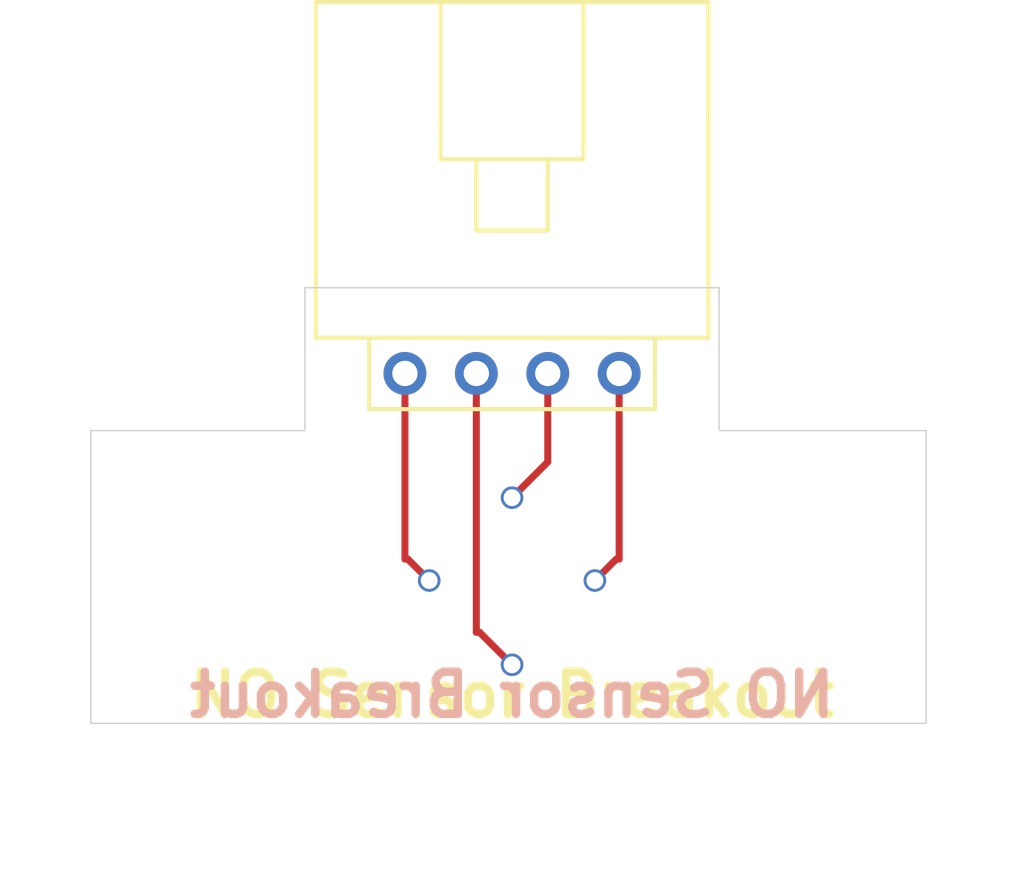
<source format=kicad_pcb>
(kicad_pcb (version 20171130) (host pcbnew "(5.1.10)-1")

  (general
    (thickness 1.6)
    (drawings 15)
    (tracks 15)
    (zones 0)
    (modules 3)
    (nets 5)
  )

  (page A4)
  (layers
    (0 F.Cu signal)
    (31 B.Cu signal)
    (32 B.Adhes user)
    (33 F.Adhes user)
    (34 B.Paste user)
    (35 F.Paste user)
    (36 B.SilkS user)
    (37 F.SilkS user)
    (38 B.Mask user)
    (39 F.Mask user)
    (40 Dwgs.User user)
    (41 Cmts.User user)
    (42 Eco1.User user)
    (43 Eco2.User user)
    (44 Edge.Cuts user)
    (45 Margin user)
    (46 B.CrtYd user)
    (47 F.CrtYd user)
    (48 B.Fab user)
    (49 F.Fab user)
  )

  (setup
    (last_trace_width 0.25)
    (trace_clearance 0.2)
    (zone_clearance 0.508)
    (zone_45_only no)
    (trace_min 0.2)
    (via_size 0.8)
    (via_drill 0.4)
    (via_min_size 0.4)
    (via_min_drill 0.3)
    (uvia_size 0.3)
    (uvia_drill 0.1)
    (uvias_allowed no)
    (uvia_min_size 0.2)
    (uvia_min_drill 0.1)
    (edge_width 0.05)
    (segment_width 0.2)
    (pcb_text_width 0.3)
    (pcb_text_size 1.5 1.5)
    (mod_edge_width 0.12)
    (mod_text_size 1 1)
    (mod_text_width 0.15)
    (pad_size 1.524 1.524)
    (pad_drill 0.762)
    (pad_to_mask_clearance 0)
    (aux_axis_origin 0 0)
    (visible_elements 7FFFFFFF)
    (pcbplotparams
      (layerselection 0x010fc_ffffffff)
      (usegerberextensions false)
      (usegerberattributes true)
      (usegerberadvancedattributes true)
      (creategerberjobfile true)
      (excludeedgelayer true)
      (linewidth 0.100000)
      (plotframeref false)
      (viasonmask false)
      (mode 1)
      (useauxorigin false)
      (hpglpennumber 1)
      (hpglpenspeed 20)
      (hpglpendiameter 15.000000)
      (psnegative false)
      (psa4output false)
      (plotreference true)
      (plotvalue true)
      (plotinvisibletext false)
      (padsonsilk false)
      (subtractmaskfromsilk false)
      (outputformat 1)
      (mirror false)
      (drillshape 0)
      (scaleselection 1)
      (outputdirectory "gerbs/"))
  )

  (net 0 "")
  (net 1 +5V)
  (net 2 NO_Gas)
  (net 3 NO_Ref)
  (net 4 GND)

  (net_class Default "This is the default net class."
    (clearance 0.2)
    (trace_width 0.25)
    (via_dia 0.8)
    (via_drill 0.4)
    (uvia_dia 0.3)
    (uvia_drill 0.1)
    (add_net +5V)
    (add_net GND)
    (add_net NO_Gas)
    (add_net NO_Ref)
  )

  (module MountingHole:MountingHole_2.1mm (layer F.Cu) (tedit 5B924765) (tstamp 6232B892)
    (at 127.762 90.932)
    (descr "Mounting Hole 2.1mm, no annular")
    (tags "mounting hole 2.1mm no annular")
    (attr virtual)
    (fp_text reference REF** (at 0 -3.2) (layer F.SilkS) hide
      (effects (font (size 1 1) (thickness 0.15)))
    )
    (fp_text value MountingHole_2.1mm (at 0 3.2) (layer F.Fab)
      (effects (font (size 1 1) (thickness 0.15)))
    )
    (fp_circle (center 0 0) (end 2.35 0) (layer F.CrtYd) (width 0.05))
    (fp_circle (center 0 0) (end 2.1 0) (layer Cmts.User) (width 0.15))
    (fp_text user %R (at 0.3 0) (layer F.Fab)
      (effects (font (size 1 1) (thickness 0.15)))
    )
    (pad "" np_thru_hole circle (at 0 0) (size 2.1 2.1) (drill 2.1) (layers *.Cu *.Mask))
  )

  (module MountingHole:MountingHole_2.1mm (layer F.Cu) (tedit 5B924765) (tstamp 6232B867)
    (at 148.082 90.932)
    (descr "Mounting Hole 2.1mm, no annular")
    (tags "mounting hole 2.1mm no annular")
    (attr virtual)
    (fp_text reference REF** (at 0 -3.2) (layer F.SilkS) hide
      (effects (font (size 1 1) (thickness 0.15)))
    )
    (fp_text value MountingHole_2.1mm (at 0 3.2) (layer F.Fab)
      (effects (font (size 1 1) (thickness 0.15)))
    )
    (fp_circle (center 0 0) (end 2.35 0) (layer F.CrtYd) (width 0.05))
    (fp_circle (center 0 0) (end 2.1 0) (layer Cmts.User) (width 0.15))
    (fp_text user %R (at 0.3 0) (layer F.Fab)
      (effects (font (size 1 1) (thickness 0.15)))
    )
    (pad "" np_thru_hole circle (at 0 0) (size 2.1 2.1) (drill 2.1) (layers *.Cu *.Mask))
  )

  (module MRDT_Connectors:MOLEX_SL_04_Horizontal (layer F.Cu) (tedit 5DD88DC8) (tstamp 6232B144)
    (at 134.112 83.82)
    (path /62326067)
    (fp_text reference Conn1 (at 1.27 2.54) (layer F.SilkS) hide
      (effects (font (size 1 1) (thickness 0.15)))
    )
    (fp_text value Molex_SL_04 (at 3.175 2.032) (layer F.Fab)
      (effects (font (size 1 1) (thickness 0.15)))
    )
    (fp_line (start -3.175 -13.208) (end 10.795 -13.208) (layer F.SilkS) (width 0.15))
    (fp_line (start 1.27 -7.62) (end 6.35 -7.62) (layer F.SilkS) (width 0.15))
    (fp_line (start 5.08 -7.62) (end 5.08 -5.08) (layer F.SilkS) (width 0.15))
    (fp_line (start 5.08 -5.08) (end 2.54 -5.08) (layer F.SilkS) (width 0.15))
    (fp_line (start 6.35 -13.208) (end 6.35 -7.62) (layer F.SilkS) (width 0.15))
    (fp_line (start 10.795 -1.27) (end 10.795 -13.208) (layer F.SilkS) (width 0.15))
    (fp_line (start 8.89 1.27) (end -1.27 1.27) (layer F.SilkS) (width 0.15))
    (fp_line (start 1.27 -13.208) (end 1.27 -12.7) (layer F.SilkS) (width 0.15))
    (fp_line (start -3.175 -1.27) (end -3.175 -13.208) (layer F.SilkS) (width 0.15))
    (fp_line (start -1.27 -1.27) (end -3.175 -1.27) (layer F.SilkS) (width 0.15))
    (fp_line (start 1.27 -8.89) (end 1.27 -7.62) (layer F.SilkS) (width 0.15))
    (fp_line (start 1.27 -8.89) (end 1.27 -12.7) (layer F.SilkS) (width 0.15))
    (fp_line (start 2.54 -7.62) (end 2.54 -5.08) (layer F.SilkS) (width 0.15))
    (fp_line (start -1.27 -1.27) (end 10.795 -1.27) (layer F.SilkS) (width 0.15))
    (fp_line (start 8.89 -1.27) (end 8.89 1.27) (layer F.SilkS) (width 0.15))
    (fp_line (start -1.27 1.27) (end -1.27 -1.27) (layer F.SilkS) (width 0.15))
    (pad 1 thru_hole circle (at 0 0) (size 1.524 1.524) (drill 0.9) (layers *.Cu *.Mask)
      (net 1 +5V))
    (pad 2 thru_hole circle (at 2.54 0) (size 1.524 1.524) (drill 0.9) (layers *.Cu *.Mask)
      (net 2 NO_Gas))
    (pad 3 thru_hole circle (at 5.08 0) (size 1.524 1.524) (drill 0.9) (layers *.Cu *.Mask)
      (net 3 NO_Ref))
    (pad 4 thru_hole circle (at 7.62 0) (size 1.524 1.524) (drill 0.9) (layers *.Cu *.Mask)
      (net 4 GND))
    (pad "" np_thru_hole circle (at -1.27 -8.636) (size 3.45 3.45) (drill 3.45) (layers *.Cu *.Mask))
    (pad "" np_thru_hole circle (at 8.89 -8.636) (size 3.45 3.45) (drill 3.45) (layers *.Cu *.Mask))
    (model "${MRDT_KICAD_LIBRARIES}/3D Files/MRDT_Connctors/Molex_SL_04_Horizontal.stp"
      (offset (xyz 10.15999984741211 12.95399980545044 0))
      (scale (xyz 1 1 1))
      (rotate (xyz 0 0 180))
    )
  )

  (gr_text "NO Sensor Breakout" (at 137.922 95.25) (layer F.SilkS) (tstamp 623787EA)
    (effects (font (size 1.5 1.5) (thickness 0.3)))
  )
  (gr_text "NO Sensor Breakout" (at 137.922 95.25) (layer B.SilkS)
    (effects (font (size 1.5 1.5) (thickness 0.3)) (justify mirror))
  )
  (gr_line (start 122.936 85.852) (end 124.714 85.852) (layer Edge.Cuts) (width 0.05) (tstamp 6232B89E))
  (gr_line (start 122.936 96.266) (end 122.936 85.852) (layer Edge.Cuts) (width 0.05))
  (gr_line (start 124.714 96.266) (end 122.936 96.266) (layer Edge.Cuts) (width 0.05))
  (gr_line (start 124.714 85.852) (end 130.556 85.852) (layer Edge.Cuts) (width 0.05))
  (gr_line (start 152.654 96.266) (end 124.714 96.266) (layer Edge.Cuts) (width 0.05))
  (gr_line (start 152.654 85.852) (end 152.654 96.266) (layer Edge.Cuts) (width 0.05))
  (gr_line (start 145.288 85.852) (end 152.654 85.852) (layer Edge.Cuts) (width 0.05))
  (gr_line (start 130.556 80.772) (end 130.556 85.852) (layer Edge.Cuts) (width 0.05))
  (gr_line (start 145.288 80.772) (end 145.288 85.852) (layer Edge.Cuts) (width 0.05))
  (gr_line (start 130.556 80.772) (end 145.288 80.772) (layer Edge.Cuts) (width 0.05))
  (dimension 9.1581 (width 0.15) (layer Dwgs.User)
    (gr_text "9.158 mm" (at 137.922 102.4555) (layer Dwgs.User)
      (effects (font (size 1 1) (thickness 0.15)))
    )
    (feature1 (pts (xy 133.34295 91.186) (xy 133.34295 101.741921)))
    (feature2 (pts (xy 142.50105 91.186) (xy 142.50105 101.741921)))
    (crossbar (pts (xy 142.50105 101.1555) (xy 133.34295 101.1555)))
    (arrow1a (pts (xy 133.34295 101.1555) (xy 134.469454 100.569079)))
    (arrow1b (pts (xy 133.34295 101.1555) (xy 134.469454 101.741921)))
    (arrow2a (pts (xy 142.50105 101.1555) (xy 141.374546 100.569079)))
    (arrow2b (pts (xy 142.50105 101.1555) (xy 141.374546 101.741921)))
  )
  (gr_line (start 141.224 94.361) (end 142.24 95.123) (layer Dwgs.User) (width 0.15))
  (gr_circle (center 137.922 91.186) (end 142.494 90.932) (layer Dwgs.User) (width 0.15))

  (via (at 134.9756 91.186) (size 0.8) (drill 0.6) (layers F.Cu B.Cu) (net 1))
  (segment (start 134.112 83.82) (end 134.112 90.424) (width 0.25) (layer F.Cu) (net 1))
  (segment (start 134.2136 90.424) (end 134.9756 91.186) (width 0.25) (layer F.Cu) (net 1))
  (segment (start 134.112 90.424) (end 134.2136 90.424) (width 0.25) (layer F.Cu) (net 1))
  (via (at 137.922 94.1832) (size 0.8) (drill 0.6) (layers F.Cu B.Cu) (net 2))
  (segment (start 136.652 83.82) (end 136.652 93.0275) (width 0.25) (layer F.Cu) (net 2))
  (segment (start 136.7663 93.0275) (end 137.922 94.1832) (width 0.25) (layer F.Cu) (net 2))
  (segment (start 136.652 93.0275) (end 136.7663 93.0275) (width 0.25) (layer F.Cu) (net 2))
  (via (at 137.922 88.2396) (size 0.8) (drill 0.6) (layers F.Cu B.Cu) (net 3))
  (segment (start 139.192 86.9696) (end 137.922 88.2396) (width 0.25) (layer F.Cu) (net 3))
  (segment (start 139.192 83.82) (end 139.192 86.9696) (width 0.25) (layer F.Cu) (net 3))
  (via (at 140.8684 91.186) (size 0.8) (drill 0.6) (layers F.Cu B.Cu) (net 4))
  (segment (start 141.732 83.82) (end 141.732 90.424) (width 0.25) (layer F.Cu) (net 4))
  (segment (start 141.6304 90.424) (end 140.8684 91.186) (width 0.25) (layer F.Cu) (net 4))
  (segment (start 141.732 90.424) (end 141.6304 90.424) (width 0.25) (layer F.Cu) (net 4))

)

</source>
